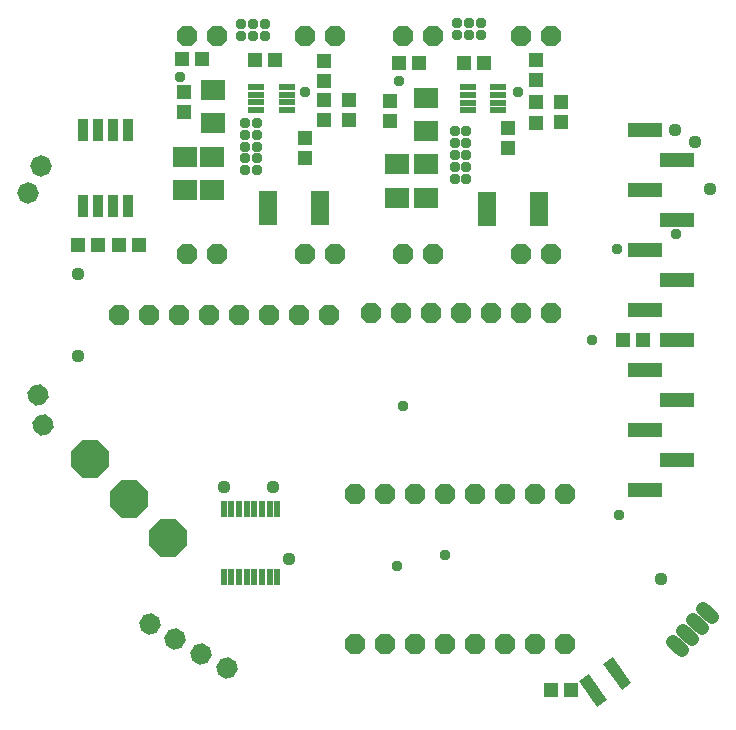
<source format=gbr>
G04 EAGLE Gerber RS-274X export*
G75*
%MOMM*%
%FSLAX34Y34*%
%LPD*%
%INSoldermask Top*%
%IPPOS*%
%AMOC8*
5,1,8,0,0,1.08239X$1,22.5*%
G01*
%ADD10R,1.303200X1.203200*%
%ADD11R,1.203200X1.303200*%
%ADD12R,2.003200X1.803200*%
%ADD13P,3.467112X8X247.500000*%
%ADD14P,1.869504X8X292.500000*%
%ADD15R,1.403200X0.603200*%
%ADD16R,1.603200X3.003200*%
%ADD17R,0.563200X1.463200*%
%ADD18R,2.703200X1.003200*%
%ADD19P,1.869504X8X202.500000*%
%ADD20R,2.903200X1.223200*%
%ADD21R,0.923200X1.983200*%
%ADD22P,1.852186X8X267.500000*%
%ADD23P,1.852186X8X352.500000*%
%ADD24P,1.869504X8X112.500000*%
%ADD25C,1.211200*%
%ADD26P,1.852186X8X302.500000*%
%ADD27C,1.109600*%
%ADD28C,0.959600*%


D10*
X406700Y731000D03*
X423700Y731000D03*
D11*
X520931Y679734D03*
X520931Y696734D03*
X620431Y656734D03*
X620431Y673734D03*
X665931Y678934D03*
X665931Y695934D03*
D12*
X526431Y642934D03*
X526431Y614934D03*
X551431Y642934D03*
X551431Y614934D03*
X371000Y678000D03*
X371000Y706000D03*
D11*
X346000Y687500D03*
X346000Y704500D03*
X449000Y648400D03*
X449000Y665400D03*
X486000Y680300D03*
X486000Y697300D03*
D12*
X347000Y649300D03*
X347000Y621300D03*
X370000Y649400D03*
X370000Y621400D03*
D10*
X583431Y728934D03*
X600431Y728934D03*
D12*
X551431Y670934D03*
X551431Y698934D03*
D11*
X361500Y732000D03*
X344500Y732000D03*
D10*
X465000Y713500D03*
X465000Y730500D03*
X465000Y697500D03*
X465000Y680500D03*
D11*
X545731Y728834D03*
X528731Y728834D03*
D10*
X644331Y714534D03*
X644331Y731534D03*
X644531Y695434D03*
X644531Y678434D03*
D13*
X333234Y326766D03*
X300000Y360000D03*
X266766Y393234D03*
D14*
X349100Y751700D03*
X374500Y751700D03*
X449100Y751700D03*
X474500Y751700D03*
X474500Y566700D03*
X449100Y566700D03*
X374500Y566700D03*
X349100Y566700D03*
D15*
X407200Y708450D03*
X407200Y701950D03*
X407200Y695450D03*
X407200Y688950D03*
X433200Y688950D03*
X433200Y695450D03*
X433200Y701950D03*
X433200Y708450D03*
D16*
X417200Y606200D03*
X461200Y606200D03*
D14*
X531531Y751934D03*
X556931Y751934D03*
X631531Y751934D03*
X656931Y751934D03*
X656931Y566934D03*
X631531Y566934D03*
X556931Y566934D03*
X531531Y566934D03*
D15*
X586631Y708184D03*
X586631Y701684D03*
X586631Y695184D03*
X586631Y688684D03*
X612631Y688684D03*
X612631Y695184D03*
X612631Y701684D03*
X612631Y708184D03*
D16*
X602931Y605134D03*
X646931Y605134D03*
D17*
X379850Y293600D03*
X386350Y293600D03*
X392850Y293600D03*
X399350Y293600D03*
X405850Y293600D03*
X412350Y293600D03*
X418850Y293600D03*
X425350Y293600D03*
X425350Y351600D03*
X418850Y351600D03*
X412350Y351600D03*
X405850Y351600D03*
X399350Y351600D03*
X392850Y351600D03*
X386350Y351600D03*
X379850Y351600D03*
D18*
G36*
X716861Y198178D02*
X701357Y220320D01*
X709575Y226074D01*
X725079Y203932D01*
X716861Y198178D01*
G37*
G36*
X696382Y183838D02*
X680878Y205980D01*
X689096Y211734D01*
X704600Y189592D01*
X696382Y183838D01*
G37*
D19*
X657400Y517000D03*
X632000Y517000D03*
X606600Y517000D03*
X581200Y517000D03*
X555800Y517000D03*
X530400Y517000D03*
X505000Y517000D03*
D11*
X657300Y197800D03*
X674300Y197800D03*
D20*
X736500Y418400D03*
X736500Y469200D03*
X763500Y443800D03*
X763500Y494600D03*
X763500Y393000D03*
X736500Y367600D03*
X736500Y570800D03*
X736500Y621600D03*
X763500Y596200D03*
X763500Y647000D03*
X763500Y545400D03*
X736500Y520000D03*
X736500Y672400D03*
D14*
X367300Y515800D03*
X392700Y515800D03*
X418100Y515800D03*
X443500Y515800D03*
X468900Y515800D03*
X341900Y515800D03*
X316500Y515800D03*
X291100Y515800D03*
D11*
X734993Y494621D03*
X717993Y494621D03*
D21*
X260950Y607700D03*
X273650Y607700D03*
X286350Y607700D03*
X299050Y607700D03*
X299050Y672300D03*
X286350Y672300D03*
X273650Y672300D03*
X260950Y672300D03*
D22*
X214717Y618671D03*
X225283Y641329D03*
D11*
X291500Y575000D03*
X308500Y575000D03*
X256500Y575000D03*
X273500Y575000D03*
D23*
X382476Y216250D03*
X360825Y228750D03*
X339175Y241250D03*
X317524Y253750D03*
D24*
X668900Y236500D03*
X643500Y236500D03*
X618100Y236500D03*
X592700Y236500D03*
X567300Y236500D03*
X541900Y236500D03*
X516500Y236500D03*
X491100Y236500D03*
X668900Y363500D03*
X643500Y363500D03*
X618100Y363500D03*
X592700Y363500D03*
X567300Y363500D03*
X541900Y363500D03*
X516500Y363500D03*
X491100Y363500D03*
D25*
X785895Y266795D02*
X793386Y260050D01*
X785022Y250761D02*
X777531Y257506D01*
X769167Y248217D02*
X776658Y241472D01*
X768293Y232183D02*
X760803Y238927D01*
D26*
X227171Y422690D03*
X222829Y447310D03*
D27*
X762000Y672000D03*
X422000Y370000D03*
X380000Y370000D03*
D28*
X692000Y494000D03*
X343000Y717000D03*
X449000Y704000D03*
X528731Y713934D03*
X629431Y703934D03*
X408000Y658000D03*
X408000Y678000D03*
X408000Y668000D03*
X408000Y648000D03*
X408000Y638000D03*
X398000Y678000D03*
X398000Y668000D03*
X398000Y658000D03*
X398000Y648000D03*
X398000Y638000D03*
X415000Y762000D03*
X415000Y752000D03*
X405000Y752000D03*
X405000Y762000D03*
X395000Y752000D03*
X395000Y762000D03*
X585431Y650934D03*
X585431Y670934D03*
X585431Y660934D03*
X585431Y640934D03*
X585431Y630934D03*
X575431Y670934D03*
X575431Y660934D03*
X575431Y650934D03*
X575431Y640934D03*
X575431Y630934D03*
X597431Y762934D03*
X597431Y752934D03*
X587431Y752934D03*
X587431Y762934D03*
X577431Y752934D03*
X577431Y762934D03*
D27*
X779000Y662000D03*
X435000Y309000D03*
X256500Y481000D03*
X256500Y550000D03*
D28*
X715000Y346000D03*
X763000Y584000D03*
D27*
X792000Y622000D03*
X750000Y292000D03*
D28*
X713000Y571000D03*
X567000Y312000D03*
X526351Y302649D03*
X532000Y438000D03*
M02*

</source>
